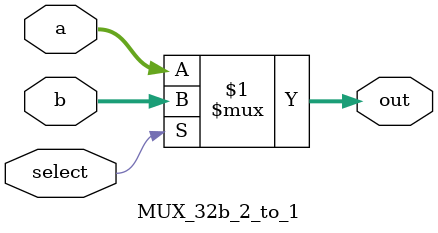
<source format=v>
`timescale 1ns / 1ps
module MUX_32b_2_to_1(input [31:0] a, 
    input [31:0] b, 
    input select, 
    output [31:0] out
    );
	
	assign out = select ? b : a;

endmodule

</source>
